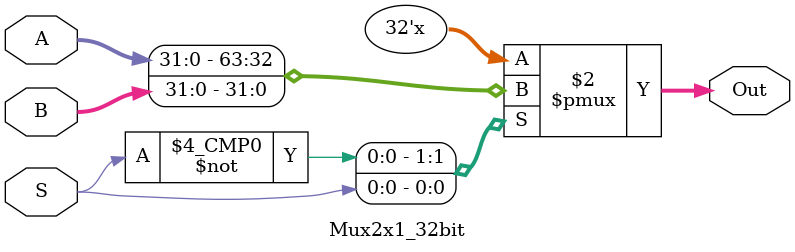
<source format=v>
module Mux2x1_32bit(
    input [31:0] A,
    input [31:0] B,
    input S,
    output reg [31:0] Out
);
    always @(*) begin
        case(S)
            1'b0: Out = A;
            1'b1: Out = B;
            default: Out = 4'b0000;
        endcase
    end
endmodule

</source>
